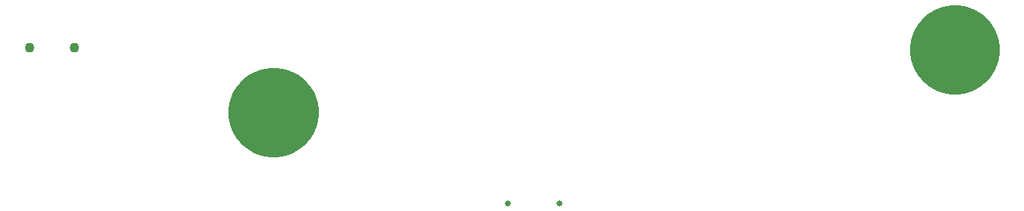
<source format=gbr>
%TF.GenerationSoftware,Altium Limited,Altium Designer,22.5.1 (42)*%
G04 Layer_Color=0*
%FSLAX45Y45*%
%MOMM*%
%TF.SameCoordinates,09306DCC-7258-43E0-A79C-DC35209E08F8*%
%TF.FilePolarity,Positive*%
%TF.FileFunction,NonPlated,1,4,NPTH,Drill*%
%TF.Part,Single*%
G01*
G75*
%TA.AperFunction,ComponentDrill*%
%ADD207C,1.10000*%
%ADD208C,0.65000*%
G36*
X5200000Y-6900000D02*
X5200001Y-6932772D01*
X5191446Y-6997754D01*
X5174483Y-7061065D01*
X5149401Y-7121619D01*
X5116630Y-7178382D01*
X5076729Y-7230381D01*
X5030383Y-7276727D01*
X4978384Y-7316627D01*
X4921622Y-7349399D01*
X4861067Y-7374481D01*
X4797757Y-7391444D01*
X4732774Y-7399999D01*
X4700002Y-7399998D01*
X4667231Y-7399998D01*
X4602248Y-7391444D01*
X4538937Y-7374480D01*
X4478383Y-7349398D01*
X4421620Y-7316626D01*
X4369621Y-7276726D01*
X4323275Y-7230380D01*
X4283374Y-7178381D01*
X4250602Y-7121618D01*
X4225520Y-7061064D01*
X4208556Y-6997753D01*
X4200001Y-6932770D01*
X4200001Y-6899999D01*
X4200001Y-6867227D01*
X4208556Y-6802244D01*
X4225520Y-6738934D01*
X4250602Y-6678380D01*
X4283374Y-6621617D01*
X4323275Y-6569618D01*
X4369621Y-6523272D01*
X4421620Y-6483372D01*
X4478382Y-6450600D01*
X4538937Y-6425518D01*
X4602247Y-6408554D01*
X4667230Y-6399999D01*
X4700002Y-6399999D01*
X4732773Y-6399999D01*
X4797756Y-6408553D01*
X4861066Y-6425517D01*
X4921621Y-6450599D01*
X4978383Y-6483371D01*
X5030382Y-6523272D01*
X5076729Y-6569618D01*
X5116629Y-6621617D01*
X5149400Y-6678380D01*
X5174482Y-6738935D01*
X5191446Y-6802245D01*
X5200001Y-6867228D01*
X5200000Y-6900000D01*
D01*
D02*
G37*
G36*
X-2400001Y-7600002D02*
X-2400001Y-7632773D01*
X-2408555Y-7697756D01*
X-2425518Y-7761067D01*
X-2450600Y-7821621D01*
X-2483371Y-7878384D01*
X-2523272Y-7930383D01*
X-2569618Y-7976729D01*
X-2621617Y-8016629D01*
X-2678379Y-8049401D01*
X-2738934Y-8074483D01*
X-2802244Y-8091446D01*
X-2867227Y-8100001D01*
X-2899999Y-8100000D01*
X-2932770Y-8100000D01*
X-2997753Y-8091446D01*
X-3061064Y-8074482D01*
X-3121618Y-8049400D01*
X-3178381Y-8016628D01*
X-3230380Y-7976728D01*
X-3276726Y-7930382D01*
X-3316627Y-7878383D01*
X-3349399Y-7821620D01*
X-3374481Y-7761066D01*
X-3391445Y-7697755D01*
X-3400000Y-7632772D01*
X-3400000Y-7600001D01*
X-3400000Y-7567229D01*
X-3391445Y-7502246D01*
X-3374481Y-7438936D01*
X-3349399Y-7378381D01*
X-3316627Y-7321619D01*
X-3276726Y-7269620D01*
X-3230380Y-7223274D01*
X-3178381Y-7183373D01*
X-3121619Y-7150602D01*
X-3061064Y-7125519D01*
X-2997754Y-7108556D01*
X-2932771Y-7100001D01*
X-2900000Y-7100001D01*
X-2867228Y-7100001D01*
X-2802245Y-7108555D01*
X-2738935Y-7125519D01*
X-2678380Y-7150601D01*
X-2621618Y-7183373D01*
X-2569619Y-7223274D01*
X-2523272Y-7269620D01*
X-2483372Y-7321619D01*
X-2450601Y-7378382D01*
X-2425519Y-7438937D01*
X-2408555Y-7502247D01*
X-2400001Y-7567230D01*
X-2400001Y-7600002D01*
D01*
D02*
G37*
D207*
X-5125000Y-6875000D02*
D03*
X-5625000D02*
D03*
D208*
X289001Y-8614938D02*
D03*
X-288999D02*
D03*
%TF.MD5,2878aa9ce33cd77545f5d8eab346a970*%
M02*

</source>
